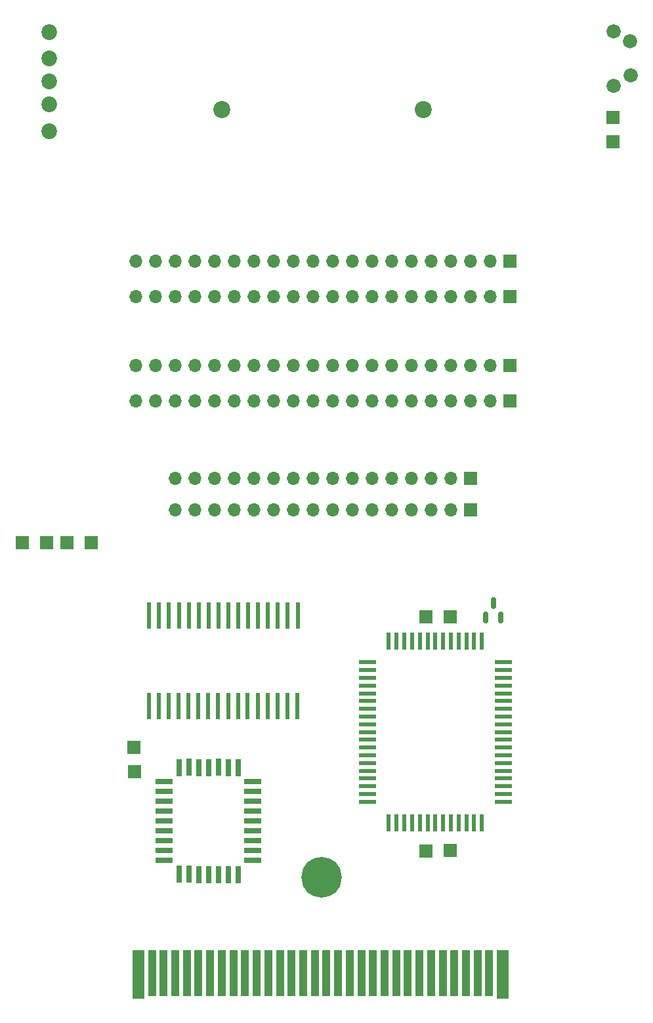
<source format=gbr>
%TF.GenerationSoftware,KiCad,Pcbnew,(6.0.2)*%
%TF.CreationDate,2022-11-18T22:33:18-06:00*%
%TF.ProjectId,REF1395A Optimized,52454631-3339-4354-9120-4f7074696d69,rev?*%
%TF.SameCoordinates,Original*%
%TF.FileFunction,Soldermask,Top*%
%TF.FilePolarity,Negative*%
%FSLAX46Y46*%
G04 Gerber Fmt 4.6, Leading zero omitted, Abs format (unit mm)*
G04 Created by KiCad (PCBNEW (6.0.2)) date 2022-11-18 22:33:18*
%MOMM*%
%LPD*%
G01*
G04 APERTURE LIST*
G04 Aperture macros list*
%AMRoundRect*
0 Rectangle with rounded corners*
0 $1 Rounding radius*
0 $2 $3 $4 $5 $6 $7 $8 $9 X,Y pos of 4 corners*
0 Add a 4 corners polygon primitive as box body*
4,1,4,$2,$3,$4,$5,$6,$7,$8,$9,$2,$3,0*
0 Add four circle primitives for the rounded corners*
1,1,$1+$1,$2,$3*
1,1,$1+$1,$4,$5*
1,1,$1+$1,$6,$7*
1,1,$1+$1,$8,$9*
0 Add four rect primitives between the rounded corners*
20,1,$1+$1,$2,$3,$4,$5,0*
20,1,$1+$1,$4,$5,$6,$7,0*
20,1,$1+$1,$6,$7,$8,$9,0*
20,1,$1+$1,$8,$9,$2,$3,0*%
G04 Aperture macros list end*
%ADD10R,2.250000X0.600000*%
%ADD11R,0.600000X2.250000*%
%ADD12RoundRect,0.150000X0.150000X-0.587500X0.150000X0.587500X-0.150000X0.587500X-0.150000X-0.587500X0*%
%ADD13C,5.240000*%
%ADD14R,0.600000X3.420000*%
%ADD15R,1.670000X1.670000*%
%ADD16R,1.500000X6.250000*%
%ADD17R,1.000000X6.000000*%
%ADD18C,1.830000*%
%ADD19C,2.020000*%
%ADD20R,0.650000X2.300000*%
%ADD21R,2.300000X0.650000*%
%ADD22R,1.700000X1.700000*%
%ADD23O,1.700000X1.700000*%
%ADD24C,2.200000*%
G04 APERTURE END LIST*
D10*
%TO.C,U3*%
X150517000Y-148512000D03*
X150517000Y-149512000D03*
X150517000Y-150512000D03*
X150517000Y-151512000D03*
X150517000Y-152512000D03*
X150517000Y-153512000D03*
X150517000Y-154512000D03*
X150517000Y-155512000D03*
X150517000Y-156512000D03*
X150517000Y-157512000D03*
X150517000Y-158512000D03*
X150517000Y-159512000D03*
X150517000Y-160512000D03*
X150517000Y-161512000D03*
X150517000Y-162512000D03*
X150517000Y-163512000D03*
X150517000Y-164512000D03*
X150517000Y-165512000D03*
X150517000Y-166512000D03*
D11*
X153267000Y-169262000D03*
X154267000Y-169262000D03*
X155267000Y-169262000D03*
X156267000Y-169262000D03*
X157267000Y-169262000D03*
X158267000Y-169262000D03*
X159267000Y-169262000D03*
X160267000Y-169262000D03*
X161267000Y-169262000D03*
X162267000Y-169262000D03*
X163267000Y-169262000D03*
X164267000Y-169262000D03*
X165267000Y-169262000D03*
D10*
X168017000Y-166512000D03*
X168017000Y-165512000D03*
X168017000Y-164512000D03*
X168017000Y-163512000D03*
X168017000Y-162512000D03*
X168017000Y-161512000D03*
X168017000Y-160512000D03*
X168017000Y-159512000D03*
X168017000Y-158512000D03*
X168017000Y-157512000D03*
X168017000Y-156512000D03*
X168017000Y-155512000D03*
X168017000Y-154512000D03*
X168017000Y-153512000D03*
X168017000Y-152512000D03*
X168017000Y-151512000D03*
X168017000Y-150512000D03*
X168017000Y-149512000D03*
X168017000Y-148512000D03*
D11*
X165267000Y-145762000D03*
X164267000Y-145762000D03*
X163267000Y-145762000D03*
X162267000Y-145762000D03*
X161267000Y-145762000D03*
X160267000Y-145762000D03*
X159267000Y-145762000D03*
X158267000Y-145762000D03*
X157267000Y-145762000D03*
X156267000Y-145762000D03*
X155267000Y-145762000D03*
X154267000Y-145762000D03*
X153267000Y-145762000D03*
%TD*%
D12*
%TO.C,Q1*%
X165788000Y-142749500D03*
X167688000Y-142749500D03*
X166738000Y-140874500D03*
%TD*%
D13*
%TO.C,Hole*%
X144577000Y-176279000D03*
%TD*%
D14*
%TO.C,U2*%
X122314500Y-154136000D03*
X123585500Y-154136000D03*
X124855500Y-154136000D03*
X126160500Y-154133000D03*
X127435500Y-154133000D03*
X128700500Y-154133000D03*
X129975500Y-154133000D03*
X131246500Y-154133000D03*
X132551500Y-154133000D03*
X133822500Y-154133000D03*
X135050500Y-154133000D03*
X136357500Y-154133000D03*
X137638500Y-154133000D03*
X138904500Y-154132000D03*
X140169500Y-154132000D03*
X141477500Y-154132000D03*
X141519500Y-142502000D03*
X140213500Y-142500000D03*
X138938500Y-142513000D03*
X137673500Y-142503000D03*
X136398500Y-142507000D03*
X135096500Y-142507000D03*
X133863500Y-142507000D03*
X132587500Y-142507000D03*
X131285500Y-142504000D03*
X130014500Y-142504000D03*
X128741500Y-142506000D03*
X127471500Y-142506000D03*
X126207500Y-142506000D03*
X124896500Y-142506000D03*
X123618500Y-142507000D03*
X122353500Y-142507000D03*
%TD*%
D15*
%TO.C,C1*%
X120412000Y-159466000D03*
X120421000Y-162597000D03*
%TD*%
D16*
%TO.C,J1*%
X120962484Y-188785200D03*
D17*
X122712742Y-188660200D03*
X124213000Y-188660200D03*
X125713258Y-188660200D03*
X127213516Y-188660200D03*
X128713774Y-188660200D03*
X130214032Y-188660200D03*
X131714290Y-188660200D03*
X133214548Y-188660200D03*
X134714806Y-188660200D03*
X136215064Y-188660200D03*
X137715322Y-188660200D03*
X139215580Y-188660200D03*
X140715838Y-188660200D03*
X142216096Y-188660200D03*
X143716354Y-188660200D03*
X145216612Y-188660200D03*
X146716870Y-188660200D03*
X148217128Y-188660200D03*
X149717386Y-188660200D03*
X151217644Y-188660200D03*
X152717902Y-188660200D03*
X154218160Y-188660200D03*
X155718418Y-188660200D03*
X157218676Y-188660200D03*
X158718934Y-188660200D03*
X160219192Y-188660200D03*
X161719450Y-188660200D03*
X163219708Y-188660200D03*
X164719966Y-188660200D03*
X166220224Y-188660200D03*
D16*
X167970484Y-188785200D03*
%TD*%
D15*
%TO.C,R2*%
X182143500Y-78196000D03*
X182152500Y-81327000D03*
%TD*%
D18*
%TO.C,SW1*%
X182246500Y-67091000D03*
X184389500Y-68364000D03*
X184429500Y-72815000D03*
X182246500Y-74121000D03*
%TD*%
D15*
%TO.C,C3*%
X111730500Y-133072500D03*
X114861500Y-133063500D03*
%TD*%
%TO.C,I1*%
X161186000Y-142641000D03*
X158055000Y-142650000D03*
%TD*%
D19*
%TO.C,J3*%
X109476000Y-76511000D03*
X109479000Y-73538000D03*
X109478000Y-70635000D03*
X109478000Y-79968000D03*
X109480000Y-67186000D03*
%TD*%
D15*
%TO.C,R1*%
X109076000Y-133075000D03*
X105945000Y-133084000D03*
%TD*%
D20*
%TO.C,U1*%
X129991000Y-175878000D03*
X131263000Y-175880000D03*
X132532000Y-175879000D03*
X133802000Y-175879000D03*
D21*
X135692000Y-174058000D03*
X135692000Y-172789000D03*
X135690000Y-171518000D03*
X135691000Y-170248000D03*
X135692000Y-168982000D03*
X135693000Y-167709000D03*
X135691000Y-166438000D03*
X135693000Y-165171000D03*
X135690000Y-163901000D03*
D20*
X133799000Y-162077000D03*
X132530000Y-162080000D03*
X131261000Y-162076000D03*
X129992000Y-162077000D03*
X128724000Y-162077000D03*
X127451000Y-162076000D03*
X126180000Y-162077000D03*
D21*
X124290000Y-163895000D03*
X124290000Y-165171000D03*
X124290000Y-166436000D03*
X124294000Y-167712000D03*
X124289000Y-168976000D03*
X124296000Y-170249000D03*
X124295000Y-171517000D03*
X124295000Y-172789000D03*
X124294000Y-174060000D03*
D20*
X126182000Y-175876000D03*
X127450000Y-175876000D03*
X128722000Y-175881000D03*
%TD*%
D15*
%TO.C,C2*%
X161204000Y-172825000D03*
X158073000Y-172834000D03*
%TD*%
D22*
%TO.C,J5*%
X163781000Y-124759000D03*
D23*
X161241000Y-124759000D03*
X158701000Y-124759000D03*
X156161000Y-124759000D03*
X153621000Y-124759000D03*
X151081000Y-124759000D03*
X148541000Y-124759000D03*
X146001000Y-124759000D03*
X143461000Y-124759000D03*
X140921000Y-124759000D03*
X138381000Y-124759000D03*
X135841000Y-124759000D03*
X133301000Y-124759000D03*
X130761000Y-124759000D03*
X128221000Y-124759000D03*
X125681000Y-124759000D03*
%TD*%
D24*
%TO.C,J2*%
X157731000Y-77163000D03*
X131731000Y-77163000D03*
%TD*%
D22*
%TO.C,J4*%
X163781000Y-128863000D03*
D23*
X161241000Y-128863000D03*
X158701000Y-128863000D03*
X156161000Y-128863000D03*
X153621000Y-128863000D03*
X151081000Y-128863000D03*
X148541000Y-128863000D03*
X146001000Y-128863000D03*
X143461000Y-128863000D03*
X140921000Y-128863000D03*
X138381000Y-128863000D03*
X135841000Y-128863000D03*
X133301000Y-128863000D03*
X130761000Y-128863000D03*
X128221000Y-128863000D03*
X125681000Y-128863000D03*
%TD*%
D22*
%TO.C,J8*%
X168856000Y-101324700D03*
D23*
X166316000Y-101324700D03*
X163776000Y-101324700D03*
X161236000Y-101324700D03*
X158696000Y-101324700D03*
X156156000Y-101324700D03*
X153616000Y-101324700D03*
X151076000Y-101324700D03*
X148536000Y-101324700D03*
X145996000Y-101324700D03*
X143456000Y-101324700D03*
X140916000Y-101324700D03*
X138376000Y-101324700D03*
X135836000Y-101324700D03*
X133296000Y-101324700D03*
X130756000Y-101324700D03*
X128216000Y-101324700D03*
X125676000Y-101324700D03*
X123136000Y-101324700D03*
X120596000Y-101324700D03*
%TD*%
D22*
%TO.C,J7*%
X168856000Y-110228000D03*
D23*
X166316000Y-110228000D03*
X163776000Y-110228000D03*
X161236000Y-110228000D03*
X158696000Y-110228000D03*
X156156000Y-110228000D03*
X153616000Y-110228000D03*
X151076000Y-110228000D03*
X148536000Y-110228000D03*
X145996000Y-110228000D03*
X143456000Y-110228000D03*
X140916000Y-110228000D03*
X138376000Y-110228000D03*
X135836000Y-110228000D03*
X133296000Y-110228000D03*
X130756000Y-110228000D03*
X128216000Y-110228000D03*
X125676000Y-110228000D03*
X123136000Y-110228000D03*
X120596000Y-110228000D03*
%TD*%
D22*
%TO.C,J6*%
X168856000Y-114754700D03*
D23*
X166316000Y-114754700D03*
X163776000Y-114754700D03*
X161236000Y-114754700D03*
X158696000Y-114754700D03*
X156156000Y-114754700D03*
X153616000Y-114754700D03*
X151076000Y-114754700D03*
X148536000Y-114754700D03*
X145996000Y-114754700D03*
X143456000Y-114754700D03*
X140916000Y-114754700D03*
X138376000Y-114754700D03*
X135836000Y-114754700D03*
X133296000Y-114754700D03*
X130756000Y-114754700D03*
X128216000Y-114754700D03*
X125676000Y-114754700D03*
X123136000Y-114754700D03*
X120596000Y-114754700D03*
%TD*%
D22*
%TO.C,J9*%
X168856000Y-96798000D03*
D23*
X166316000Y-96798000D03*
X163776000Y-96798000D03*
X161236000Y-96798000D03*
X158696000Y-96798000D03*
X156156000Y-96798000D03*
X153616000Y-96798000D03*
X151076000Y-96798000D03*
X148536000Y-96798000D03*
X145996000Y-96798000D03*
X143456000Y-96798000D03*
X140916000Y-96798000D03*
X138376000Y-96798000D03*
X135836000Y-96798000D03*
X133296000Y-96798000D03*
X130756000Y-96798000D03*
X128216000Y-96798000D03*
X125676000Y-96798000D03*
X123136000Y-96798000D03*
X120596000Y-96798000D03*
%TD*%
M02*

</source>
